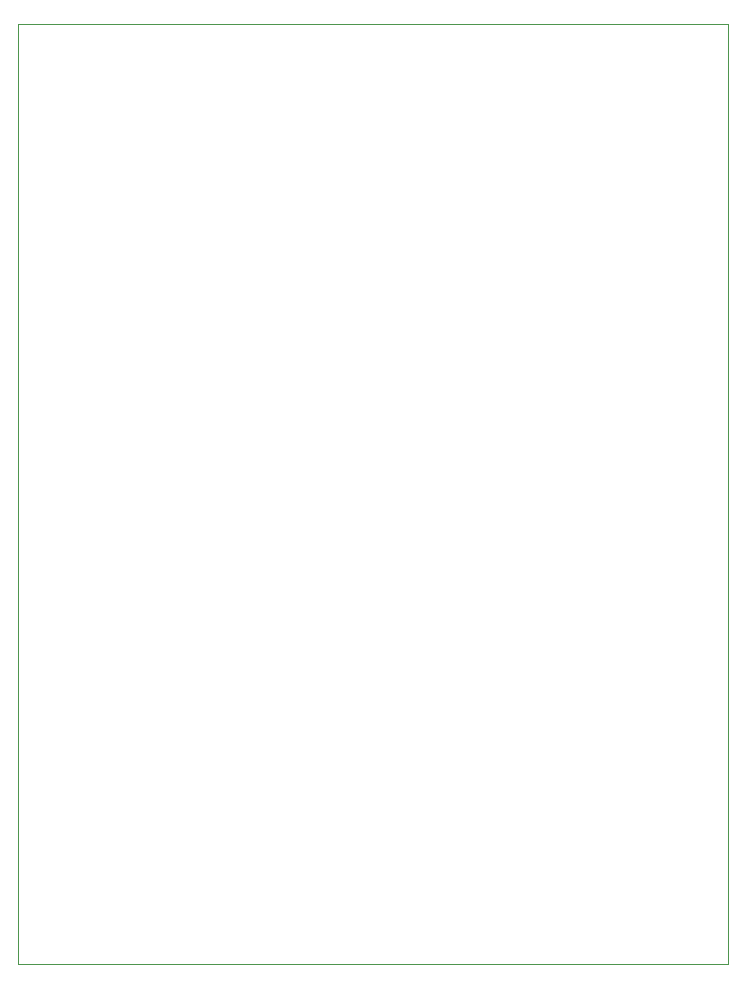
<source format=gm1>
G04 #@! TF.GenerationSoftware,KiCad,Pcbnew,7.0.8-dirty*
G04 #@! TF.CreationDate,2023-11-16T23:24:39-03:00*
G04 #@! TF.ProjectId,Fonte 0-24V,466f6e74-6520-4302-9d32-34562e6b6963,rev?*
G04 #@! TF.SameCoordinates,Original*
G04 #@! TF.FileFunction,Profile,NP*
%FSLAX46Y46*%
G04 Gerber Fmt 4.6, Leading zero omitted, Abs format (unit mm)*
G04 Created by KiCad (PCBNEW 7.0.8-dirty) date 2023-11-16 23:24:39*
%MOMM*%
%LPD*%
G01*
G04 APERTURE LIST*
G04 #@! TA.AperFunction,Profile*
%ADD10C,0.050000*%
G04 #@! TD*
G04 APERTURE END LIST*
D10*
X131247777Y-43399180D02*
X191347777Y-43399180D01*
X191347777Y-123039180D01*
X131247777Y-123039180D01*
X131247777Y-43399180D01*
M02*

</source>
